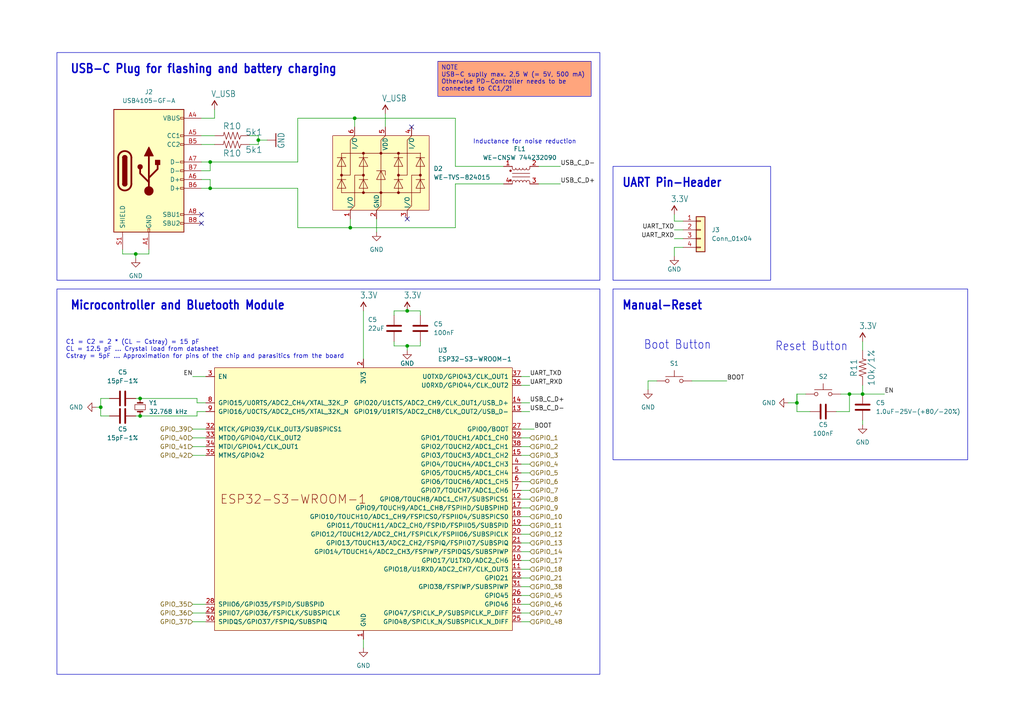
<source format=kicad_sch>
(kicad_sch (version 20230121) (generator eeschema)
  (paper "A4")
  (title_block (title "Microcontroller and USB-C Connector"))
  (lib_symbols
    (symbol "Connector:USB_C_Receptacle_USB2.0" (pin_names (offset 1.016))
      (property "Reference" "J" (at -10.16 19.05 0))
      (property "Value" "USB_C_Receptacle_USB2.0" (at 19.05 19.05 0))
      (symbol "USB_C_Receptacle_USB2.0_0_0"
        (rectangle (start -0.254 -17.78) (end 0.254 -16.764))
        (rectangle (start 10.16 -14.986) (end 9.144 -15.494))
        (rectangle (start 10.16 -12.446) (end 9.144 -12.954))
        (rectangle (start 10.16 -4.826) (end 9.144 -5.334))
        (rectangle (start 10.16 -2.286) (end 9.144 -2.794))
        (rectangle (start 10.16 0.254) (end 9.144 -0.254))
        (rectangle (start 10.16 2.794) (end 9.144 2.286))
        (rectangle (start 10.16 7.874) (end 9.144 7.366))
        (rectangle (start 10.16 10.414) (end 9.144 9.906))
        (rectangle (start 10.16 15.494) (end 9.144 14.986))
      )
      (symbol "USB_C_Receptacle_USB2.0_0_1"
        (rectangle (start -10.16 17.78) (end 10.16 -17.78) (stroke (width 0.254)) (fill (type background)))
        (arc (start -8.89 -3.81) (mid -6.985 -5.7067) (end -5.08 -3.81) (stroke (width 0.508)))
        (arc (start -7.62 -3.81) (mid -6.985 -4.4423) (end -6.35 -3.81) (stroke (width 0.254)))
        (arc (start -7.62 -3.81) (mid -6.985 -4.4423) (end -6.35 -3.81) (stroke (width 0.254)) (fill (type outline)))
        (rectangle (start -7.62 -3.81) (end -6.35 3.81) (stroke (width 0.254)) (fill (type outline)))
        (arc (start -6.35 3.81) (mid -6.985 4.4423) (end -7.62 3.81) (stroke (width 0.254)))
        (arc (start -6.35 3.81) (mid -6.985 4.4423) (end -7.62 3.81) (stroke (width 0.254)) (fill (type outline)))
        (arc (start -5.08 3.81) (mid -6.985 5.7067) (end -8.89 3.81) (stroke (width 0.508)))
        (circle (center -2.54 1.143) (radius 0.635) (stroke (width 0.254)) (fill (type outline)))
        (circle (center 0 -5.842) (radius 1.27) (fill (type outline)))
        (polyline (pts (xy -8.89 -3.81) (xy -8.89 3.81)) (stroke (width 0.508)))
        (polyline (pts (xy -5.08 3.81) (xy -5.08 -3.81)) (stroke (width 0.508)))
        (polyline (pts (xy 0 -5.842) (xy 0 4.318)) (stroke (width 0.508)))
        (polyline (pts (xy 0 -3.302) (xy -2.54 -0.762) (xy -2.54 0.508)) (stroke (width 0.508)))
        (polyline (pts (xy 0 -2.032) (xy 2.54 0.508) (xy 2.54 1.778)) (stroke (width 0.508)))
        (polyline (pts (xy -1.27 4.318) (xy 0 6.858) (xy 1.27 4.318) (xy -1.27 4.318)) (stroke (width 0.254)) (fill (type outline)))
        (rectangle (start 1.905 1.778) (end 3.175 3.048) (stroke (width 0.254)) (fill (type outline)))
      )
      (symbol "USB_C_Receptacle_USB2.0_1_1"
        (pin passive line (at 0 -22.86 90) (length 5.08) (name "GND") (number "A1"))
        (pin passive line (at 0 -22.86 90) (length 5.08) hide (name "GND") (number "A12"))
        (pin passive line (at 15.24 15.24 180) (length 5.08) (name "VBUS") (number "A4"))
        (pin bidirectional line (at 15.24 10.16 180) (length 5.08) (name "CC1") (number "A5"))
        (pin bidirectional line (at 15.24 -2.54 180) (length 5.08) (name "D+") (number "A6"))
        (pin bidirectional line (at 15.24 2.54 180) (length 5.08) (name "D-") (number "A7"))
        (pin bidirectional line (at 15.24 -12.7 180) (length 5.08) (name "SBU1") (number "A8"))
        (pin passive line (at 15.24 15.24 180) (length 5.08) hide (name "VBUS") (number "A9"))
        (pin passive line (at 0 -22.86 90) (length 5.08) hide (name "GND") (number "B1"))
        (pin passive line (at 0 -22.86 90) (length 5.08) hide (name "GND") (number "B12"))
        (pin passive line (at 15.24 15.24 180) (length 5.08) hide (name "VBUS") (number "B4"))
        (pin bidirectional line (at 15.24 7.62 180) (length 5.08) (name "CC2") (number "B5"))
        (pin bidirectional line (at 15.24 -5.08 180) (length 5.08) (name "D+") (number "B6"))
        (pin bidirectional line (at 15.24 0 180) (length 5.08) (name "D-") (number "B7"))
        (pin bidirectional line (at 15.24 -15.24 180) (length 5.08) (name "SBU2") (number "B8"))
        (pin passive line (at 15.24 15.24 180) (length 5.08) hide (name "VBUS") (number "B9"))
        (pin passive line (at -7.62 -22.86 90) (length 5.08) (name "SHIELD") (number "S1"))
      )
    )
    (symbol "Connector_Generic:Conn_01x04" (pin_names (offset 1.016) hide)
      (property "Reference" "J" (at 0 5.08 0))
      (property "Value" "Conn_01x04" (at 0 -7.62 0))
      (symbol "Conn_01x04_1_1"
        (rectangle (start -1.27 -4.953) (end 0 -5.207) (stroke (width 0.1524)))
        (rectangle (start -1.27 -2.413) (end 0 -2.667) (stroke (width 0.1524)))
        (rectangle (start -1.27 0.127) (end 0 -0.127) (stroke (width 0.1524)))
        (rectangle (start -1.27 2.667) (end 0 2.413) (stroke (width 0.1524)))
        (rectangle (start -1.27 3.81) (end 1.27 -6.35) (stroke (width 0.254)) (fill (type background)))
        (pin passive line (at -5.08 2.54 0) (length 3.81) (name "Pin_1") (number "1"))
        (pin passive line (at -5.08 0 0) (length 3.81) (name "Pin_2") (number "2"))
        (pin passive line (at -5.08 -2.54 0) (length 3.81) (name "Pin_3") (number "3"))
        (pin passive line (at -5.08 -5.08 0) (length 3.81) (name "Pin_4") (number "4"))
      )
    )
    (symbol "Device:C" (pin_numbers hide) (pin_names (offset 0.254))
      (property "Reference" "C" (at 0.635 2.54 0))
      (property "Value" "C" (at 0.635 -2.54 0))
      (symbol "C_0_1"
        (polyline (pts (xy -2.032 -0.762) (xy 2.032 -0.762)) (stroke (width 0.508)))
        (polyline (pts (xy -2.032 0.762) (xy 2.032 0.762)) (stroke (width 0.508)))
      )
      (symbol "C_1_1"
        (pin passive line (at 0 3.81 270) (length 2.794) (name "~") (number "1"))
        (pin passive line (at 0 -3.81 90) (length 2.794) (name "~") (number "2"))
      )
    )
    (symbol "Device:Crystal_Small" (pin_numbers hide) (pin_names (offset 1.016) hide)
      (property "Reference" "Y" (at 0 2.54 0))
      (property "Value" "Crystal_Small" (at 0 -2.54 0))
      (symbol "Crystal_Small_0_1"
        (rectangle (start -0.762 -1.524) (end 0.762 1.524))
        (polyline (pts (xy -1.27 -0.762) (xy -1.27 0.762)) (stroke (width 0.381)))
        (polyline (pts (xy 1.27 -0.762) (xy 1.27 0.762)) (stroke (width 0.381)))
      )
      (symbol "Crystal_Small_1_1"
        (pin passive line (at -2.54 0 0) (length 1.27) (name "1") (number "1"))
        (pin passive line (at 2.54 0 180) (length 1.27) (name "2") (number "2"))
      )
    )
    (symbol "Espressif:ESP32-S3-WROOM-1" (pin_names (offset 1.016))
      (property "Reference" "U" (at -43.18 43.18 0))
      (property "Value" "ESP32-S3-WROOM-1" (at -43.18 40.64 0))
      (symbol "ESP32-S3-WROOM-1_0_0"
        (text "ESP32-S3-WROOM-1" (at -20.32 0 0) (effects (font (size 2.54 2.54))))
        (pin power_in line (at 0 -40.64 90) (length 2.54) (name "GND") (number "1"))
        (pin bidirectional line (at 45.72 -17.78 180) (length 2.54) (name "GPIO17/U1TXD/ADC2_CH6") (number "10"))
        (pin bidirectional line (at 45.72 -20.32 180) (length 2.54) (name "GPIO18/U1RXD/ADC2_CH7/CLK_OUT3") (number "11"))
        (pin bidirectional line (at 45.72 0 180) (length 2.54) (name "GPIO8/TOUCH8/ADC1_CH7/SUBSPICS1") (number "12"))
        (pin bidirectional line (at 45.72 25.4 180) (length 2.54) (name "GPIO19/U1RTS/ADC2_CH8/CLK_OUT2/USB_D-") (number "13"))
        (pin bidirectional line (at 45.72 27.94 180) (length 2.54) (name "GPIO20/U1CTS/ADC2_CH9/CLK_OUT1/USB_D+") (number "14"))
        (pin bidirectional line (at 45.72 12.7 180) (length 2.54) (name "GPIO3/TOUCH3/ADC1_CH2") (number "15"))
        (pin bidirectional line (at 45.72 -30.48 180) (length 2.54) (name "GPIO46") (number "16"))
        (pin bidirectional line (at 45.72 -2.54 180) (length 2.54) (name "GPIO9/TOUCH9/ADC1_CH8/FSPIHD/SUBSPIHD") (number "17"))
        (pin bidirectional line (at 45.72 -5.08 180) (length 2.54) (name "GPIO10/TOUCH10/ADC1_CH9/FSPICS0/FSPIIO4/SUBSPICS0") (number "18"))
        (pin bidirectional line (at 45.72 -7.62 180) (length 2.54) (name "GPIO11/TOUCH11/ADC2_CH0/FSPID/FSPIIO5/SUBSPID") (number "19"))
        (pin power_in line (at 0 40.64 270) (length 2.54) (name "3V3") (number "2"))
        (pin bidirectional line (at 45.72 -10.16 180) (length 2.54) (name "GPIO12/TOUCH12/ADC2_CH1/FSPICLK/FSPIIO6/SUBSPICLK") (number "20"))
        (pin bidirectional line (at 45.72 -12.7 180) (length 2.54) (name "GPIO13/TOUCH13/ADC2_CH2/FSPIQ/FSPIIO7/SUBSPIQ") (number "21"))
        (pin bidirectional line (at 45.72 -15.24 180) (length 2.54) (name "GPIO14/TOUCH14/ADC2_CH3/FSPIWP/FSPIDQS/SUBSPIWP") (number "22"))
        (pin bidirectional line (at 45.72 -22.86 180) (length 2.54) (name "GPIO21") (number "23"))
        (pin bidirectional line (at 45.72 -33.02 180) (length 2.54) (name "GPIO47/SPICLK_P/SUBSPICLK_P_DIFF") (number "24"))
        (pin bidirectional line (at 45.72 -35.56 180) (length 2.54) (name "GPIO48/SPICLK_N/SUBSPICLK_N_DIFF") (number "25"))
        (pin bidirectional line (at 45.72 -27.94 180) (length 2.54) (name "GPIO45") (number "26"))
        (pin bidirectional line (at 45.72 20.32 180) (length 2.54) (name "GPIO0/BOOT") (number "27"))
        (pin bidirectional line (at -45.72 -30.48 0) (length 2.54) (name "SPIIO6/GPIO35/FSPID/SUBSPID") (number "28"))
        (pin bidirectional line (at -45.72 -33.02 0) (length 2.54) (name "SPIIO7/GPIO36/FSPICLK/SUBSPICLK") (number "29"))
        (pin input line (at -45.72 35.56 0) (length 2.54) (name "EN") (number "3"))
        (pin bidirectional line (at -45.72 -35.56 0) (length 2.54) (name "SPIDQS/GPIO37/FSPIQ/SUBSPIQ") (number "30"))
        (pin bidirectional line (at 45.72 -25.4 180) (length 2.54) (name "GPIO38/FSPIWP/SUBSPIWP") (number "31"))
        (pin bidirectional line (at -45.72 20.32 0) (length 2.54) (name "MTCK/GPIO39/CLK_OUT3/SUBSPICS1") (number "32"))
        (pin bidirectional line (at -45.72 17.78 0) (length 2.54) (name "MTDO/GPIO40/CLK_OUT2") (number "33"))
        (pin bidirectional line (at -45.72 15.24 0) (length 2.54) (name "MTDI/GPIO41/CLK_OUT1") (number "34"))
        (pin bidirectional line (at -45.72 12.7 0) (length 2.54) (name "MTMS/GPIO42") (number "35"))
        (pin bidirectional line (at 45.72 33.02 180) (length 2.54) (name "U0RXD/GPIO44/CLK_OUT2") (number "36"))
        (pin bidirectional line (at 45.72 35.56 180) (length 2.54) (name "U0TXD/GPIO43/CLK_OUT1") (number "37"))
        (pin bidirectional line (at 45.72 15.24 180) (length 2.54) (name "GPIO2/TOUCH2/ADC1_CH1") (number "38"))
        (pin bidirectional line (at 45.72 17.78 180) (length 2.54) (name "GPIO1/TOUCH1/ADC1_CH0") (number "39"))
        (pin bidirectional line (at 45.72 10.16 180) (length 2.54) (name "GPIO4/TOUCH4/ADC1_CH3") (number "4"))
        (pin passive line (at 0 -40.64 90) (length 2.54) hide (name "GND") (number "40"))
        (pin passive line (at 0 -40.64 90) (length 2.54) hide (name "GND") (number "41"))
        (pin bidirectional line (at 45.72 7.62 180) (length 2.54) (name "GPIO5/TOUCH5/ADC1_CH4") (number "5"))
        (pin bidirectional line (at 45.72 5.08 180) (length 2.54) (name "GPIO6/TOUCH6/ADC1_CH5") (number "6"))
        (pin bidirectional line (at 45.72 2.54 180) (length 2.54) (name "GPIO7/TOUCH7/ADC1_CH6") (number "7"))
        (pin bidirectional line (at -45.72 27.94 0) (length 2.54) (name "GPIO15/U0RTS/ADC2_CH4/XTAL_32K_P") (number "8"))
        (pin bidirectional line (at -45.72 25.4 0) (length 2.54) (name "GPIO16/U0CTS/ADC2_CH5/XTAL_32K_N") (number "9"))
      )
      (symbol "ESP32-S3-WROOM-1_0_1"
        (rectangle (start -43.18 38.1) (end 43.18 -38.1) (fill (type background)))
      )
    )
    (symbol "GND_1" (power) (pin_names (offset 0))
      (property "Value" "GND_1" (at 0 -3.81 0))
      (symbol "GND_1_0_1"
        (polyline (pts (xy 0 0) (xy 0 -1.27) (xy 1.27 -1.27) (xy 0 -2.54) (xy -1.27 -1.27) (xy 0 -1.27)))
      )
      (symbol "GND_1_1_1"
        (pin power_in line (at 0 0 270) (length 0) hide (name "GND") (number "1"))
      )
    )
    (symbol "Switch:SW_Push" (pin_numbers hide) (pin_names (offset 1.016) hide)
      (property "Reference" "SW" (at 1.27 2.54 0))
      (property "Value" "SW_Push" (at 0 -1.524 0))
      (symbol "SW_Push_0_1"
        (circle (center -2.032 0) (radius 0.508))
        (polyline (pts (xy 0 1.27) (xy 0 3.048)))
        (polyline (pts (xy 2.54 1.27) (xy -2.54 1.27)))
        (circle (center 2.032 0) (radius 0.508))
        (pin passive line (at -5.08 0 0) (length 2.54) (name "1") (number "1"))
        (pin passive line (at 5.08 0 180) (length 2.54) (name "2") (number "2"))
      )
    )
    (symbol "esp32-thing-eagle-import:10KOHM-1/10W-1%(0603)0603"
      (property "Reference" "R" (at 0 1.524 0))
      (symbol "10KOHM-1/10W-1%(0603)0603_1_0"
        (polyline (pts (xy -2.54 0) (xy -2.159 1.016)) (stroke (width 0.1524)))
        (polyline (pts (xy -2.159 1.016) (xy -1.524 -1.016)) (stroke (width 0.1524)))
        (polyline (pts (xy -1.524 -1.016) (xy -0.889 1.016)) (stroke (width 0.1524)))
        (polyline (pts (xy -0.889 1.016) (xy -0.254 -1.016)) (stroke (width 0.1524)))
        (polyline (pts (xy -0.254 -1.016) (xy 0.381 1.016)) (stroke (width 0.1524)))
        (polyline (pts (xy 0.381 1.016) (xy 1.016 -1.016)) (stroke (width 0.1524)))
        (polyline (pts (xy 1.016 -1.016) (xy 1.651 1.016)) (stroke (width 0.1524)))
        (polyline (pts (xy 1.651 1.016) (xy 2.286 -1.016)) (stroke (width 0.1524)))
        (polyline (pts (xy 2.286 -1.016) (xy 2.54 0)) (stroke (width 0.1524)))
        (pin passive line (at -5.08 0 0) (length 2.54) (name "1") (number "1"))
        (pin passive line (at 5.08 0 180) (length 2.54) (name "2") (number "2"))
      )
    )
    (symbol "esp32-thing-eagle-import:3.3V" (power)
      (property "Value" "3.3V" (at -1.016 3.556 0))
      (symbol "3.3V_1_0"
        (polyline (pts (xy 0 2.54) (xy -0.762 1.27)) (stroke (width 0.254)))
        (polyline (pts (xy 0.762 1.27) (xy 0 2.54)) (stroke (width 0.254)))
        (pin power_in line (at 0 0 90) (length 2.54) (name "3.3V") (number "1"))
      )
    )
    (symbol "esp32-thing-eagle-import:GND" (power)
      (property "Value" "GND" (at -2.54 -2.54 0))
      (symbol "GND_1_0"
        (polyline (pts (xy -1.905 0) (xy 1.905 0)) (stroke (width 0.254)))
        (pin power_in line (at 0 2.54 270) (length 2.54) (name "GND") (number "1"))
      )
    )
    (symbol "esp32-thing-eagle-import:V_USB" (power)
      (property "Value" "V_USB" (at -1.016 3.556 0))
      (symbol "V_USB_1_0"
        (polyline (pts (xy 0 2.54) (xy -0.762 1.27)) (stroke (width 0.254)))
        (polyline (pts (xy 0.762 1.27) (xy 0 2.54)) (stroke (width 0.254)))
        (pin power_in line (at 0 0 90) (length 2.54) (name "V_USB") (number "1"))
      )
    )
    (symbol "usePAT:WE-CNSW 744232090" (pin_names (offset 0.254) hide)
      (property "Reference" "FL" (at 0 4.445 0))
      (property "Value" "WE-CNSW 744232090" (at 0 -4.445 0))
      (symbol "WE-CNSW 744232090_0_1"
        (circle (center -3.048 -1.27) (radius 0.254) (fill (type outline)))
        (circle (center -3.048 1.524) (radius 0.254) (fill (type outline)))
        (arc (start -2.54 2.032) (mid -2.032 1.5262) (end -1.524 2.032))
        (arc (start -1.524 -2.032) (mid -2.032 -1.5262) (end -2.54 -2.032))
        (arc (start -1.524 2.032) (mid -1.016 1.5262) (end -0.508 2.032))
        (arc (start -0.508 -2.032) (mid -1.016 -1.5262) (end -1.524 -2.032))
        (arc (start -0.508 2.032) (mid 0 1.5262) (end 0.508 2.032))
        (polyline (pts (xy -2.54 -2.032) (xy -2.54 -2.54)))
        (polyline (pts (xy -2.54 0.508) (xy 2.54 0.508)))
        (polyline (pts (xy -2.54 2.032) (xy -2.54 2.54)))
        (polyline (pts (xy 2.54 -2.032) (xy 2.54 -2.54)))
        (polyline (pts (xy 2.54 -0.508) (xy -2.54 -0.508)))
        (polyline (pts (xy 2.54 2.54) (xy 2.54 2.032)))
        (arc (start 0.508 -2.032) (mid 0 -1.5262) (end -0.508 -2.032))
        (arc (start 0.508 2.032) (mid 1.016 1.5262) (end 1.524 2.032))
        (arc (start 1.524 -2.032) (mid 1.016 -1.5262) (end 0.508 -2.032))
        (arc (start 1.524 2.032) (mid 2.032 1.5262) (end 2.54 2.032))
        (arc (start 2.54 -2.032) (mid 2.032 -1.5262) (end 1.524 -2.032))
      )
      (symbol "WE-CNSW 744232090_1_1"
        (pin input line (at -5.08 -2.54 0) (length 2.54) (name "1") (number "1"))
        (pin output line (at 5.08 -2.54 180) (length 2.54) (name "2") (number "2"))
        (pin output line (at 5.08 2.54 180) (length 2.54) (name "3") (number "3"))
        (pin input line (at -5.08 2.54 0) (length 2.54) (name "4") (number "4"))
      )
    )
    (symbol "usePAT:WE-TVS-824015"
      (property "Reference" "D" (at 22.86 2.54 0))
      (property "Value" "WE-TVS-824015" (at 22.86 0 0))
      (symbol "WE-TVS-824015_0_1"
        (rectangle (start -13.97 11.43) (end 13.97 -10.16) (fill (type background)))
        (circle (center -11.43 0) (radius 0.0001) (stroke (width 0.8)) (fill (type outline)))
        (circle (center -5.08 -5.08) (radius 0.0001) (stroke (width 0.8)) (fill (type outline)))
        (circle (center -5.08 0) (radius 0.0001))
        (circle (center -5.08 0) (radius 0.0001) (stroke (width 0.8)) (fill (type outline)))
        (circle (center -5.08 6.35) (radius 0.0001) (stroke (width 0.8)) (fill (type outline)))
        (circle (center 0 -5.08) (radius 0.0001) (stroke (width 0.8)) (fill (type outline)))
        (polyline (pts (xy -12.7 -1.27) (xy -10.16 -1.27)))
        (polyline (pts (xy -12.7 5.08) (xy -10.16 5.08)))
        (polyline (pts (xy -11.43 6.35) (xy -11.43 -5.08)))
        (polyline (pts (xy -11.43 6.35) (xy 11.43 6.35)))
        (polyline (pts (xy -6.35 -1.27) (xy -3.81 -1.27)))
        (polyline (pts (xy -6.35 5.08) (xy -3.81 5.08)))
        (polyline (pts (xy -5.08 6.35) (xy -5.08 -5.08)))
        (polyline (pts (xy 0 -7.62) (xy 0 -5.08)))
        (polyline (pts (xy 0 6.35) (xy 0 -5.08)))
        (polyline (pts (xy 3.81 -1.27) (xy 6.35 -1.27)))
        (polyline (pts (xy 3.81 5.08) (xy 6.35 5.08)))
        (polyline (pts (xy 5.08 6.35) (xy 5.08 -5.08)))
        (polyline (pts (xy 10.16 -1.27) (xy 12.7 -1.27)))
        (polyline (pts (xy 10.16 5.08) (xy 12.7 5.08)))
        (polyline (pts (xy 11.43 -5.08) (xy -11.43 -5.08)))
        (polyline (pts (xy 11.43 6.35) (xy 11.43 -5.08)))
        (polyline (pts (xy -11.43 0) (xy -8.89 0) (xy -8.89 8.89)))
        (polyline (pts (xy -7.62 -7.62) (xy -7.62 -8.89) (xy -8.89 -10.16)))
        (polyline (pts (xy -7.62 11.43) (xy -8.89 10.16) (xy -8.89 8.89)))
        (polyline (pts (xy -5.08 0) (xy -7.62 0) (xy -7.62 -7.62)))
        (polyline (pts (xy -1.27 1.27) (xy 1.27 1.27) (xy 1.27 0)))
        (polyline (pts (xy 0 -7.62) (xy 0 -8.89) (xy -1.27 -10.16)))
        (polyline (pts (xy 0 6.35) (xy 0 10.16) (xy 1.27 11.43)))
        (polyline (pts (xy 5.08 0) (xy 7.62 0) (xy 7.62 8.89)))
        (polyline (pts (xy 7.62 8.89) (xy 7.62 10.16) (xy 8.89 11.43)))
        (polyline (pts (xy 8.89 -7.62) (xy 8.89 -8.89) (xy 7.62 -10.16)))
        (polyline (pts (xy 11.43 0) (xy 8.89 0) (xy 8.89 -7.62)))
        (polyline (pts (xy -11.43 -1.27) (xy -12.7 -3.81) (xy -10.16 -3.81) (xy -11.43 -1.27)))
        (polyline (pts (xy -11.43 5.08) (xy -12.7 2.54) (xy -10.16 2.54) (xy -11.43 5.08)))
        (polyline (pts (xy -5.08 -1.27) (xy -6.35 -3.81) (xy -3.81 -3.81) (xy -5.08 -1.27)))
        (polyline (pts (xy -5.08 5.08) (xy -6.35 2.54) (xy -3.81 2.54) (xy -5.08 5.08)))
        (polyline (pts (xy 0 1.27) (xy -1.27 -1.27) (xy 1.27 -1.27) (xy 0 1.27)))
        (polyline (pts (xy 5.08 -1.27) (xy 3.81 -3.81) (xy 6.35 -3.81) (xy 5.08 -1.27)))
        (polyline (pts (xy 5.08 5.08) (xy 3.81 2.54) (xy 6.35 2.54) (xy 5.08 5.08)))
        (polyline (pts (xy 11.43 -1.27) (xy 10.16 -3.81) (xy 12.7 -3.81) (xy 11.43 -1.27)))
        (polyline (pts (xy 11.43 5.08) (xy 10.16 2.54) (xy 12.7 2.54) (xy 11.43 5.08)))
        (circle (center 0 6.35) (radius 0.0001) (stroke (width 0.8)) (fill (type outline)))
        (circle (center 5.08 -5.08) (radius 0.0001) (stroke (width 0.8)) (fill (type outline)))
        (circle (center 5.08 0) (radius 0.0001) (stroke (width 0.8)) (fill (type outline)))
        (circle (center 5.08 6.35) (radius 0.0001) (stroke (width 0.8)) (fill (type outline)))
        (circle (center 11.43 0) (radius 0.0001) (stroke (width 0.8)) (fill (type outline)))
        (circle (center 11.43 6.35) (radius 0.0001))
      )
      (symbol "WE-TVS-824015_1_1"
        (pin bidirectional line (at -8.89 -12.7 90) (length 2.54) (name "I/O") (number "1"))
        (pin power_out line (at -1.27 -12.7 90) (length 2.54) (name "GND") (number "2"))
        (pin bidirectional line (at 7.62 -12.7 90) (length 2.54) (name "I/O") (number "3"))
        (pin bidirectional line (at 8.89 13.97 270) (length 2.54) (name "I/O") (number "4"))
        (pin power_in line (at 1.27 13.97 270) (length 2.54) (name "VDD") (number "5"))
        (pin bidirectional line (at -7.62 13.97 270) (length 2.54) (name "I/O") (number "6"))
      )
    )
  )
  (junction (at 29.21 118.11))
  (junction (at 74.93 40.64))
  (junction (at 60.96 46.99))
  (junction (at 101.6 66.04))
  (junction (at 118.11 100.33))
  (junction (at 231.14 116.84))
  (junction (at 246.38 114.3))
  (junction (at 40.64 120.65))
  (junction (at 39.37 73.66))
  (junction (at 118.11 90.17))
  (junction (at 60.96 54.61))
  (junction (at 250.19 114.3))
  (junction (at 40.64 115.57))
  (junction (at 102.87 34.29))
  (no_connect (at 58.42 64.77))
  (no_connect (at 58.42 62.23))
  (no_connect (at 119.38 36.83))
  (no_connect (at 118.11 63.5))
  (wire (pts (xy 151.13 152.4) (xy 153.67 152.4)))
  (wire (pts (xy 246.38 119.38) (xy 246.38 114.3)))
  (wire (pts (xy 55.88 109.22) (xy 59.69 109.22)))
  (wire (pts (xy 105.41 90.17) (xy 105.41 104.14)))
  (wire (pts (xy 195.58 62.23) (xy 195.58 64.135)))
  (wire (pts (xy 118.11 101.6) (xy 118.11 100.33)))
  (wire (pts (xy 86.36 34.29) (xy 102.87 34.29)))
  (wire (pts (xy 43.18 72.39) (xy 43.18 73.66)))
  (wire (pts (xy 74.93 41.91) (xy 74.93 40.64)))
  (wire (pts (xy 153.67 116.84) (xy 151.13 116.84)))
  (wire (pts (xy 121.92 99.06) (xy 121.92 100.33)))
  (wire (pts (xy 55.88 177.8) (xy 59.69 177.8)))
  (wire (pts (xy 151.13 160.02) (xy 153.67 160.02)))
  (wire (pts (xy 151.13 142.24) (xy 153.67 142.24)))
  (wire (pts (xy 57.15 119.38) (xy 57.15 120.65)))
  (wire (pts (xy 60.96 54.61) (xy 86.36 54.61)))
  (wire (pts (xy 151.13 139.7) (xy 153.67 139.7)))
  (wire (pts (xy 114.3 99.06) (xy 114.3 100.33)))
  (wire (pts (xy 151.13 137.16) (xy 153.67 137.16)))
  (wire (pts (xy 151.13 144.78) (xy 153.67 144.78)))
  (wire (pts (xy 250.19 123.19) (xy 250.19 121.92)))
  (wire (pts (xy 31.75 120.65) (xy 29.21 120.65)) (stroke (width 0.1524)))
  (wire (pts (xy 151.13 134.62) (xy 153.67 134.62)))
  (wire (pts (xy 132.08 53.34) (xy 132.08 66.04)))
  (wire (pts (xy 59.69 116.84) (xy 57.15 116.84)))
  (wire (pts (xy 55.88 132.08) (xy 59.69 132.08)))
  (wire (pts (xy 250.19 99.06) (xy 250.19 101.6)) (stroke (width 0.1524)))
  (wire (pts (xy 228.6 116.84) (xy 231.14 116.84)) (stroke (width 0.1524)))
  (wire (pts (xy 102.87 34.29) (xy 102.87 36.83)))
  (wire (pts (xy 86.36 46.99) (xy 86.36 34.29)))
  (wire (pts (xy 121.92 91.44) (xy 121.92 90.17)))
  (wire (pts (xy 39.37 73.66) (xy 39.37 74.93)))
  (wire (pts (xy 242.57 119.38) (xy 246.38 119.38)))
  (wire (pts (xy 101.6 66.04) (xy 101.6 63.5)))
  (wire (pts (xy 62.23 34.29) (xy 62.23 31.75)))
  (wire (pts (xy 39.37 120.65) (xy 40.64 120.65)) (stroke (width 0.1524)))
  (wire (pts (xy 60.96 49.53) (xy 60.96 46.99)))
  (wire (pts (xy 114.3 100.33) (xy 118.11 100.33)))
  (wire (pts (xy 109.22 63.5) (xy 109.22 67.31)))
  (wire (pts (xy 151.13 167.64) (xy 153.67 167.64)))
  (wire (pts (xy 39.37 73.66) (xy 43.18 73.66)))
  (wire (pts (xy 231.14 114.3) (xy 233.68 114.3)) (stroke (width 0.1524)))
  (wire (pts (xy 190.5 110.49) (xy 187.96 110.49)) (stroke (width 0.1524)))
  (wire (pts (xy 40.64 115.57) (xy 57.15 115.57)) (stroke (width 0.1524)))
  (wire (pts (xy 58.42 46.99) (xy 60.96 46.99)))
  (wire (pts (xy 151.13 162.56) (xy 153.67 162.56)))
  (wire (pts (xy 29.21 115.57) (xy 29.21 118.11)) (stroke (width 0.1524)))
  (wire (pts (xy 40.64 120.65) (xy 57.15 120.65)) (stroke (width 0.1524)))
  (wire (pts (xy 151.13 170.18) (xy 153.67 170.18)))
  (wire (pts (xy 74.93 39.37) (xy 72.39 39.37)))
  (wire (pts (xy 39.37 115.57) (xy 40.64 115.57)) (stroke (width 0.1524)))
  (wire (pts (xy 60.96 52.07) (xy 60.96 54.61)))
  (wire (pts (xy 231.14 119.38) (xy 231.14 116.84)))
  (wire (pts (xy 58.42 39.37) (xy 62.23 39.37)))
  (wire (pts (xy 59.69 119.38) (xy 57.15 119.38)))
  (wire (pts (xy 151.13 109.22) (xy 153.67 109.22)))
  (wire (pts (xy 121.92 100.33) (xy 118.11 100.33)))
  (wire (pts (xy 231.14 116.84) (xy 231.14 114.3)))
  (wire (pts (xy 35.56 72.39) (xy 35.56 73.66)))
  (wire (pts (xy 151.13 129.54) (xy 153.67 129.54)))
  (wire (pts (xy 58.42 34.29) (xy 62.23 34.29)))
  (wire (pts (xy 57.15 116.84) (xy 57.15 115.57)))
  (wire (pts (xy 243.84 114.3) (xy 246.38 114.3)) (stroke (width 0.1524)))
  (wire (pts (xy 156.21 48.26) (xy 162.56 48.26)))
  (wire (pts (xy 187.96 110.49) (xy 187.96 113.03)) (stroke (width 0.1524)))
  (wire (pts (xy 101.6 66.04) (xy 132.08 66.04)))
  (wire (pts (xy 151.13 111.76) (xy 153.67 111.76)))
  (wire (pts (xy 151.13 147.32) (xy 153.67 147.32)))
  (wire (pts (xy 151.13 175.26) (xy 153.67 175.26)))
  (wire (pts (xy 58.42 49.53) (xy 60.96 49.53)))
  (wire (pts (xy 151.13 157.48) (xy 153.67 157.48)))
  (wire (pts (xy 200.66 110.49) (xy 210.82 110.49)) (stroke (width 0.1524)))
  (wire (pts (xy 114.3 91.44) (xy 114.3 90.17)))
  (wire (pts (xy 105.41 185.42) (xy 105.41 187.96)))
  (wire (pts (xy 55.88 180.34) (xy 59.69 180.34)))
  (wire (pts (xy 55.88 124.46) (xy 59.69 124.46)))
  (wire (pts (xy 195.58 64.135) (xy 198.12 64.135)))
  (wire (pts (xy 195.58 66.675) (xy 198.12 66.675)))
  (wire (pts (xy 146.05 53.34) (xy 132.08 53.34)))
  (wire (pts (xy 102.87 34.29) (xy 132.08 34.29)))
  (wire (pts (xy 151.13 165.1) (xy 153.67 165.1)))
  (wire (pts (xy 72.39 41.91) (xy 74.93 41.91)))
  (wire (pts (xy 114.3 90.17) (xy 118.11 90.17)))
  (wire (pts (xy 250.19 114.3) (xy 256.54 114.3)) (stroke (width 0.1524)))
  (wire (pts (xy 58.42 41.91) (xy 62.23 41.91)))
  (wire (pts (xy 86.36 54.61) (xy 86.36 66.04)))
  (wire (pts (xy 195.58 71.755) (xy 198.12 71.755)))
  (wire (pts (xy 195.58 74.295) (xy 195.58 71.755)))
  (wire (pts (xy 151.13 172.72) (xy 153.67 172.72)))
  (wire (pts (xy 151.13 180.34) (xy 153.67 180.34)))
  (wire (pts (xy 55.88 175.26) (xy 59.69 175.26)))
  (wire (pts (xy 151.13 132.08) (xy 153.67 132.08)))
  (wire (pts (xy 58.42 54.61) (xy 60.96 54.61)))
  (wire (pts (xy 146.05 48.26) (xy 132.08 48.26)))
  (wire (pts (xy 153.67 119.38) (xy 151.13 119.38)))
  (wire (pts (xy 231.14 116.84) (xy 231.14 114.3)) (stroke (width 0.1524)))
  (wire (pts (xy 27.94 118.11) (xy 29.21 118.11)))
  (wire (pts (xy 35.56 73.66) (xy 39.37 73.66)))
  (wire (pts (xy 58.42 52.07) (xy 60.96 52.07)))
  (wire (pts (xy 156.21 53.34) (xy 162.56 53.34)))
  (wire (pts (xy 111.76 33.02) (xy 111.76 36.83)))
  (wire (pts (xy 60.96 46.99) (xy 86.36 46.99)))
  (wire (pts (xy 154.94 124.46) (xy 151.13 124.46)))
  (wire (pts (xy 55.88 129.54) (xy 59.69 129.54)))
  (wire (pts (xy 234.95 119.38) (xy 231.14 119.38)))
  (wire (pts (xy 151.13 154.94) (xy 153.67 154.94)))
  (wire (pts (xy 132.08 48.26) (xy 132.08 34.29)))
  (wire (pts (xy 151.13 177.8) (xy 153.67 177.8)))
  (wire (pts (xy 74.93 40.64) (xy 74.93 39.37)))
  (wire (pts (xy 195.58 69.215) (xy 198.12 69.215)))
  (wire (pts (xy 86.36 66.04) (xy 101.6 66.04)))
  (wire (pts (xy 55.88 127) (xy 59.69 127)))
  (wire (pts (xy 151.13 149.86) (xy 153.67 149.86)))
  (wire (pts (xy 31.75 115.57) (xy 29.21 115.57)) (stroke (width 0.1524)))
  (wire (pts (xy 246.38 114.3) (xy 250.19 114.3)) (stroke (width 0.1524)))
  (wire (pts (xy 77.47 40.64) (xy 74.93 40.64)))
  (wire (pts (xy 121.92 90.17) (xy 118.11 90.17)))
  (wire (pts (xy 151.13 127) (xy 153.67 127)))
  (wire (pts (xy 250.19 111.76) (xy 250.19 114.3)) (stroke (width 0.1524)))
  (wire (pts (xy 29.21 118.11) (xy 29.21 120.65)) (stroke (width 0.1524)))
  (rectangle (start 16.51 83.82) (end 173.99 195.58))
  (rectangle (start 177.8 83.82) (end 280.67 133.35))
  (rectangle (start 16.51 15.24) (end 173.99 81.28))
  (rectangle (start 177.8 48.26) (end 223.52 81.28))
  (text_box "NOTE\nUSB-C suplly max. 2,5 W (= 5V, 500 mA)\nOtherwise PD-Controller needs to be connected to CC1/2!\n\n" (at 127 17.78 0) (size 44.45 10.16) (fill (type color) (color 255 165 125 1)) (effects (font (size 1.27 1.27)) (justify left top)))
  (text "UART Pin-Header" (at 180.34 54.61 0) (effects (font (size 2.54 2.159) (thickness 0.4318) bold) (justify left bottom)))
  (text "USB-C Plug for flashing and battery charging\n" (at 20.32 21.59 0) (effects (font (size 2.54 2.159) (thickness 0.4318) bold) (justify left bottom)))
  (text "Reset Button" (at 224.79 99.06 0) (effects (font (size 2.54 2.159)) (justify left top)))
  (text "Microcontroller and Bluetooth Module\n" (at 20.32 90.17 0) (effects (font (size 2.54 2.159) (thickness 0.4318) bold) (justify left bottom)))
  (text "Inductance for noise reduction\n" (at 137.16 41.91 0) (effects (font (size 1.27 1.27)) (justify left bottom)))
  (text "Boot Button" (at 186.69 101.6 0) (effects (font (size 2.54 2.159)) (justify left bottom)))
  (text "Manual-Reset" (at 180.34 90.17 0) (effects (font (size 2.54 2.159) (thickness 0.4318) bold) (justify left bottom)))
  (text "C1 = C2 = 2 * (CL - Cstray) = 15 pF\nCL = 12.5 pF ... Crystal load from datasheet\nCstray = 5pF ... Approximation for pins of the chip and parasitics from the board" (at 19.05 104.14 0) (effects (font (size 1.27 1.27)) (justify left bottom)))
  (label "UART_RXD" (at 195.58 69.215 180))
  (label "USB_C_D+" (at 153.67 116.84 0))
  (label "BOOT" (at 210.82 110.49 0))
  (label "UART_RXD" (at 153.67 111.76 0))
  (label "EN" (at 256.54 114.3 0))
  (label "BOOT" (at 154.94 124.46 0))
  (label "UART_TXD" (at 195.58 66.675 180))
  (label "USB_C_D+" (at 162.56 53.34 0))
  (label "USB_C_D-" (at 153.67 119.38 0))
  (label "UART_TXD" (at 153.67 109.22 0))
  (label "EN" (at 55.88 109.22 180))
  (label "USB_C_D-" (at 162.56 48.26 0))
  (hierarchical_label "GPIO_41" (shape input) (at 55.88 129.54 180))
  (hierarchical_label "GPIO_8" (shape input) (at 153.67 144.78 0))
  (hierarchical_label "GPIO_47" (shape input) (at 153.67 177.8 0))
  (hierarchical_label "GPIO_46" (shape input) (at 153.67 175.26 0))
  (hierarchical_label "GPIO_45" (shape input) (at 153.67 172.72 0))
  (hierarchical_label "GPIO_9" (shape input) (at 153.67 147.32 0))
  (hierarchical_label "GPIO_2" (shape input) (at 153.67 129.54 0))
  (hierarchical_label "GPIO_13" (shape input) (at 153.67 157.48 0))
  (hierarchical_label "GPIO_1" (shape input) (at 153.67 127 0))
  (hierarchical_label "GPIO_3" (shape input) (at 153.67 132.08 0))
  (hierarchical_label "GPIO_48" (shape input) (at 153.67 180.34 0))
  (hierarchical_label "GPIO_6" (shape input) (at 153.67 139.7 0))
  (hierarchical_label "GPIO_14" (shape input) (at 153.67 160.02 0))
  (hierarchical_label "GPIO_35" (shape input) (at 55.88 175.26 180))
  (hierarchical_label "GPIO_36" (shape input) (at 55.88 177.8 180))
  (hierarchical_label "GPIO_5" (shape input) (at 153.67 137.16 0))
  (hierarchical_label "GPIO_12" (shape input) (at 153.67 154.94 0))
  (hierarchical_label "GPIO_18" (shape input) (at 153.67 165.1 0))
  (hierarchical_label "GPIO_39" (shape input) (at 55.88 124.46 180))
  (hierarchical_label "GPIO_7" (shape input) (at 153.67 142.24 0))
  (hierarchical_label "GPIO_4" (shape input) (at 153.67 134.62 0))
  (hierarchical_label "GPIO_40" (shape input) (at 55.88 127 180))
  (hierarchical_label "GPIO_11" (shape input) (at 153.67 152.4 0))
  (hierarchical_label "GPIO_38" (shape input) (at 153.67 170.18 0))
  (hierarchical_label "GPIO_10" (shape input) (at 153.67 149.86 0))
  (hierarchical_label "GPIO_37" (shape input) (at 55.88 180.34 180))
  (hierarchical_label "GPIO_17" (shape input) (at 153.67 162.56 0))
  (hierarchical_label "GPIO_21" (shape input) (at 153.67 167.64 0))
  (hierarchical_label "GPIO_42" (shape input) (at 55.88 132.08 180))
  (symbol (lib_name "GND_1") (lib_id "power:GND") (at 105.41 187.96 0) (unit 1)
    (property "Reference" "#PWR06" (effects hide))
    (property "Value" "GND" (at 105.41 193.04 0))
    (instances (project "HM_mainboard" (path "" (reference "#PWR06") (unit 1)) (path "" (reference "#PWR013") (unit 1)) (path "" (reference "#PWR010") (unit 1)) (path "" (reference "#PWR01") (unit 1))))
  )
  (symbol (lib_id "Device:C") (at 121.92 95.25 180) (unit 1)
    (property "Reference" "C5" (at 125.73 93.98 0) (effects (justify right)))
    (property "Value" "100nF" (at 125.73 96.52 0) (effects (justify right)))
    (property "Footprint" "Capacitor_SMD:C_0603_1608Metric_Pad1.08x0.95mm_HandSolder" (effects hide))
    (property "Digikey" "1276-CL10B104KB8NNNLCT" (effects hide))
    (property "Mouser" "581-06035C104K4" (effects hide))
    (property "RS Components" "200-6519" (effects hide))
    (instances (project "HM_mainboard" (path "" (reference "C5") (unit 1)) (path "" (reference "C8") (unit 1))))
  )
  (symbol (lib_id "Device:C") (at 238.76 119.38 90) (unit 1)
    (property "Reference" "C5" (at 238.76 123.19 90))
    (property "Value" "100nF" (at 238.76 125.73 90))
    (property "Footprint" "Capacitor_SMD:C_0603_1608Metric_Pad1.08x0.95mm_HandSolder" (effects hide))
    (property "Digikey" "1276-CL10B104KB8NNNLCT" (effects hide))
    (property "Mouser" "581-06035C104K4" (effects hide))
    (property "RS Components" "200-6519" (effects hide))
    (instances (project "HM_mainboard" (path "" (reference "C5") (unit 1)) (path "" (reference "C9") (unit 1))))
  )
  (symbol (lib_id "esp32-thing-eagle-import:3.3V") (at 105.41 90.17 0) (unit 1)
    (property "Reference" "#SUPPLY08" (effects hide))
    (property "Value" "3.3V" (at 104.394 86.614 0) (effects (font (size 1.778 1.5113)) (justify left bottom)))
    (instances (project "HM_mainboard" (path "" (reference "#SUPPLY08") (unit 1)) (path "" (reference "#SUPPLY09") (unit 1))) (project "esp32-thing" (path "" (reference "#SUPPLY8") (unit 1))))
  )
  (symbol (lib_name "GND_1") (lib_id "power:GND") (at 118.11 101.6 0) (unit 1)
    (property "Reference" "#PWR06" (effects hide))
    (property "Value" "GND" (at 118.11 105.41 0))
    (instances (project "HM_mainboard" (path "" (reference "#PWR06") (unit 1)) (path "" (reference "#PWR015") (unit 1)) (path "" (reference "#PWR010") (unit 1)) (path "" (reference "#PWR01") (unit 1))))
  )
  (symbol (lib_name "GND_1") (lib_id "power:GND") (at 109.22 67.31 0) (unit 1)
    (property "Reference" "#PWR06" (effects hide))
    (property "Value" "GND" (at 109.22 72.39 0))
    (instances (project "HM_mainboard" (path "" (reference "#PWR06") (unit 1)) (path "" (reference "#PWR014") (unit 1)) (path "" (reference "#PWR010") (unit 1)) (path "" (reference "#PWR01") (unit 1))))
  )
  (symbol (lib_id "Connector:USB_C_Receptacle_USB2.0") (at 43.18 49.53 0) (unit 1)
    (property "Reference" "J2" (at 43.18 26.67 0))
    (property "Value" "USB4105-GF-A" (at 43.18 29.21 0))
    (property "Footprint" "Connector_USB:USB_C_Receptacle_GCT_USB4105-xx-A_16P_TopMnt_Horizontal" (effects hide))
    (property "Datasheet" "https://www.mouser.at/ProductDetail/GCT/USB4105-GF-A?qs=KUoIvG%2F9IlY%2FMLlBMpStpA%3D%3D&gad_source=1&gclid=Cj0KCQiAyKurBhD5ARIsALamXaHB1WqEL8FpCW_cEPz8SMNbaXEcthQ5WIWoRdPENYKDcg-3_OVy5qsaArQwEALw_wcB" (effects hide))
    (property "Mouser" "640-USB4105-GF-A" (effects hide))
    (property "Mouser Price/Stock" "https://www.mouser.at/ProductDetail/GCT/USB4105-GF-A?qs=KUoIvG%2F9IlY%2FMLlBMpStpA%3D%3D&gad_source=1&gclid=Cj0KCQiAyKurBhD5ARIsALamXaHB1WqEL8FpCW_cEPz8SMNbaXEcthQ5WIWoRdPENYKDcg-3_OVy5qsaArQwEALw_wcB" (effects hide))
  )
  (symbol (lib_name "GND_1") (lib_id "power:GND") (at 39.37 74.93 0) (unit 1)
    (property "Reference" "#PWR06" (effects hide))
    (property "Value" "GND" (at 39.37 80.01 0))
    (instances (project "HM_mainboard" (path "" (reference "#PWR06") (unit 1)) (path "" (reference "#PWR012") (unit 1)) (path "" (reference "#PWR010") (unit 1)) (path "" (reference "#PWR01") (unit 1))))
  )
  (symbol (lib_id "esp32-thing-eagle-import:10KOHM-1/10W-1%(0603)0603") (at 67.31 39.37 180) (unit 1)
    (property "Reference" "R10" (at 67.31 35.56 0) (effects (font (size 1.778 1.778)) (justify bottom)))
    (property "Value" "5k1" (at 73.66 39.37 0) (effects (font (size 1.778 1.778)) (justify top)))
    (property "Footprint" "Resistor_SMD:R_0603_1608Metric_Pad0.98x0.95mm_HandSolder" (effects hide))
    (property "Mouser" "791-RMC1/16K5101FTP" (effects hide))
    (property "Mouser Price/Stock" "https://www.mouser.at/ProductDetail/KOA-Speer/RN73H1JTTD5101F100?qs=Tw8F%252BABiY2owhjU7td4KeQ%3D%3D" (effects hide))
    (instances (project "HM_mainboard" (path "" (reference "R10") (unit 1)) (path "" (reference "R5") (unit 1))) (project "esp32-thing" (path "" (reference "R9") (unit 1))))
  )
  (symbol (lib_id "esp32-thing-eagle-import:3.3V") (at 118.11 90.17 0) (unit 1)
    (property "Reference" "#SUPPLY08" (effects hide))
    (property "Value" "3.3V" (at 117.094 86.614 0) (effects (font (size 1.778 1.5113)) (justify left bottom)))
    (instances (project "HM_mainboard" (path "" (reference "#SUPPLY08") (unit 1)) (path "" (reference "#SUPPLY011") (unit 1))) (project "esp32-thing" (path "" (reference "#SUPPLY8") (unit 1))))
  )
  (symbol (lib_id "esp32-thing-eagle-import:GND") (at 80.01 40.64 90) (unit 1)
    (property "Reference" "#GND020" (effects hide))
    (property "Value" "GND" (at 82.55 43.18 0) (effects (font (size 1.778 1.5113)) (justify left bottom)))
    (instances (project "HM_mainboard" (path "" (reference "#GND020") (unit 1)) (path "" (reference "#GND01") (unit 1))) (project "esp32-thing" (path "" (reference "#GND34") (unit 1))))
  )
  (symbol (lib_name "GND_1") (lib_id "power:GND") (at 187.96 113.03 0) (unit 1)
    (property "Reference" "#PWR06" (effects hide))
    (property "Value" "GND" (at 187.96 118.11 0))
    (instances (project "HM_mainboard" (path "" (reference "#PWR06") (unit 1)) (path "" (reference "#PWR016") (unit 1)) (path "" (reference "#PWR010") (unit 1)) (path "" (reference "#PWR01") (unit 1))))
  )
  (symbol (lib_id "usePAT:WE-TVS-824015") (at 110.49 50.8 0) (unit 1)
    (property "Reference" "D2" (at 125.73 48.8949 0) (effects (justify left)))
    (property "Value" "WE-TVS-824015" (at 125.73 51.4349 0) (effects (justify left)))
    (property "Footprint" "HeadMouse:SOT95P280X145-6N" (effects hide))
    (property "Datasheet" "https://www.we-online.com/components/products/datasheet/824015.pdf" (effects hide))
    (property "Mouser" "710-824015" (effects hide))
    (property "Mouser Price/Stock" "https://www.mouser.at/ProductDetail/Wurth-Elektronik/824015?qs=Wn16VcyqZWp2%252Bq7OHpgqcg%3D%3D" (effects hide))
  )
  (symbol (lib_id "esp32-thing-eagle-import:V_USB") (at 111.76 33.02 0) (unit 1)
    (property "Reference" "#SUPPLY07" (effects hide))
    (property "Value" "V_USB" (at 110.744 29.464 0) (effects (font (size 1.778 1.5113)) (justify left bottom)))
    (instances (project "HM_mainboard" (path "" (reference "#SUPPLY07") (unit 1)) (path "" (reference "#SUPPLY010") (unit 1))) (project "esp32-thing" (path "" (reference "#SUPPLY14") (unit 1))))
  )
  (symbol (lib_id "Device:C") (at 114.3 95.25 180) (unit 1)
    (property "Reference" "C5" (at 106.68 92.71 0) (effects (justify right)))
    (property "Value" "22uF" (at 106.68 95.25 0) (effects (justify right)))
    (property "Footprint" "Capacitor_SMD:C_0603_1608Metric_Pad1.08x0.95mm_HandSolder" (effects hide))
    (property "Mouser" "81-GRM188R60J226ME0J" (effects hide))
    (instances (project "HM_mainboard" (path "" (reference "C5") (unit 1)) (path "" (reference "C7") (unit 1))))
  )
  (symbol (lib_id "esp32-thing-eagle-import:V_USB") (at 62.23 31.75 0) (unit 1)
    (property "Reference" "#SUPPLY07" (effects hide))
    (property "Value" "V_USB" (at 61.214 28.194 0) (effects (font (size 1.778 1.5113)) (justify left bottom)))
    (instances (project "HM_mainboard" (path "" (reference "#SUPPLY07") (unit 1)) (path "" (reference "#SUPPLY08") (unit 1))) (project "esp32-thing" (path "" (reference "#SUPPLY14") (unit 1))))
  )
  (symbol (lib_name "GND_1") (lib_id "power:GND") (at 195.58 74.295 0) (unit 1)
    (property "Reference" "#PWR06" (effects hide))
    (property "Value" "GND" (at 195.58 78.105 0))
    (instances (project "HM_mainboard" (path "" (reference "#PWR06") (unit 1)) (path "" (reference "#PWR017") (unit 1)) (path "" (reference "#PWR010") (unit 1)) (path "" (reference "#PWR01") (unit 1))))
  )
  (symbol (lib_name "GND_1") (lib_id "power:GND") (at 228.6 116.84 270) (unit 1)
    (property "Reference" "#PWR06" (effects hide))
    (property "Value" "GND" (at 220.98 116.84 90) (effects (justify left)))
    (instances (project "HM_mainboard" (path "" (reference "#PWR06") (unit 1)) (path "" (reference "#PWR018") (unit 1)) (path "" (reference "#PWR010") (unit 1)) (path "" (reference "#PWR01") (unit 1))))
  )
  (symbol (lib_id "Espressif:ESP32-S3-WROOM-1") (at 105.41 144.78 0) (unit 1)
    (property "Reference" "U3" (at 127 101.6 0) (effects (justify left)))
    (property "Value" "ESP32-S3-WROOM-1" (at 127 104.14 0) (effects (justify left)))
    (property "Footprint" "Espressif:ESP32-S3-WROOM-1" (effects hide))
    (property "Datasheet" "https://www.espressif.com/sites/default/files/documentation/esp32-s3-wroom-1_wroom-1u_datasheet_en.pdf" (effects hide))
    (property "Mouser" "356-ESP32-S3WRM1N8R2" (effects hide))
    (property "Mouser Price/Stock" "https://www.mouser.at/ProductDetail/Espressif-Systems/ESP32-S3-WROOM-1-N8?qs=sGAEpiMZZMu3sxpa5v1qrpuLb1YRQvRH486xd1meH8w%3D" (effects hide))
  )
  (symbol (lib_id "esp32-thing-eagle-import:10KOHM-1/10W-1%(0603)0603") (at 250.19 106.68 90) (unit 1)
    (property "Reference" "R11" (at 248.666 106.68 0) (effects (font (size 1.778 1.778)) (justify bottom)))
    (property "Value" "10k/1%" (at 251.714 106.68 0) (effects (font (size 1.778 1.778)) (justify top)))
    (property "Footprint" "Resistor_SMD:R_0603_1608Metric_Pad0.98x0.95mm_HandSolder" (effects hide))
    (property "Mouser" "660-RN73H1JT1002F100" (effects hide))
    (instances (project "HM_mainboard" (path "" (reference "R11") (unit 1)) (path "" (reference "R7") (unit 1))) (project "esp32-thing" (path "" (reference "R1") (unit 1))))
  )
  (symbol (lib_id "usePAT:WE-CNSW 744232090") (at 151.13 50.8 0) (mirror x) (unit 1)
    (property "Reference" "FL1" (at 150.749 43.18 0))
    (property "Value" "WE-CNSW 744232090" (at 150.749 45.72 0))
    (property "Footprint" "HeadMouse:WE-CNSW-SMD" (effects hide))
    (property "Datasheet" "https://www.we-online.com/components/products/datasheet/744232090.pdf" (effects hide))
    (property "Mouser" "710-744232090" (effects hide))
    (property "Mouser Price/Stock" "https://www.mouser.at/ProductDetail/Wurth-Elektronik/744232090?qs=PGXP4M47uW6L5fAiLO6yTw%3D%3D" (effects hide))
  )
  (symbol (lib_id "esp32-thing-eagle-import:3.3V") (at 195.58 62.23 0) (unit 1)
    (property "Reference" "#SUPPLY08" (effects hide))
    (property "Value" "3.3V" (at 194.564 58.674 0) (effects (font (size 1.778 1.5113)) (justify left bottom)))
    (instances (project "HM_mainboard" (path "" (reference "#SUPPLY08") (unit 1)) (path "" (reference "#SUPPLY012") (unit 1))) (project "esp32-thing" (path "" (reference "#SUPPLY8") (unit 1))))
  )
  (symbol (lib_id "Device:C") (at 35.56 120.65 90) (unit 1)
    (property "Reference" "C5" (at 35.56 124.46 90))
    (property "Value" "15pF-1%" (at 35.56 127 90))
    (property "Footprint" "Capacitor_SMD:C_0603_1608Metric_Pad1.08x0.95mm_HandSolder" (effects hide))
    (property "Mouser" "80-C0603C150F8HAUTO" (effects hide))
    (instances (project "HM_mainboard" (path "" (reference "C5") (unit 1)) (path "" (reference "C6") (unit 1))))
  )
  (symbol (lib_name "GND_1") (lib_id "power:GND") (at 250.19 123.19 0) (unit 1)
    (property "Reference" "#PWR06" (effects hide))
    (property "Value" "GND" (at 250.19 128.27 0))
    (instances (project "HM_mainboard" (path "" (reference "#PWR06") (unit 1)) (path "" (reference "#PWR019") (unit 1)) (path "" (reference "#PWR010") (unit 1)) (path "" (reference "#PWR01") (unit 1))))
  )
  (symbol (lib_id "Device:C") (at 250.19 118.11 180) (unit 1)
    (property "Reference" "C5" (at 254 116.84 0) (effects (justify right)))
    (property "Value" "1.0uF-25V-(+80/-20%)" (at 254 119.38 0) (effects (justify right)))
    (property "Footprint" "Capacitor_SMD:C_0603_1608Metric_Pad1.08x0.95mm_HandSolder" (effects hide))
    (property "Mouser" "647-F921E105KPA" (effects hide))
    (instances (project "HM_mainboard" (path "" (reference "C5") (unit 1)) (path "" (reference "C10") (unit 1))))
  )
  (symbol (lib_id "Device:Crystal_Small") (at 40.64 118.11 90) (unit 1)
    (property "Reference" "Y1" (at 43.18 116.84 90) (effects (justify right)))
    (property "Value" "32.768 kHz" (at 43.18 119.38 90) (effects (justify right)))
    (property "Footprint" "Crystal:Crystal_SMD_MicroCrystal_CC7V-T1A-2Pin_3.2x1.5mm_HandSoldering" (effects hide))
    (property "Datasheet" "https://www.mouser.at/datasheet/2/3/ABS07-3080027.pdf" (effects hide))
    (property "Mouser" "815-ASDK-32.7K-LRT" (effects hide))
    (property "Mouser Price/Stock" "https://www.mouser.at/ProductDetail/ABRACON/ABS07-32768KHZ-T?qs=3SpAxaLJ01g8GJWeO3sA3Q%3D%3D&mgh=1&gad_source=1&gclid=CjwKCAiA9ourBhAVEiwA3L5RFmcTURdfJp_IENxutYTSDuJVwm7JT5lA7J1Dl65ASlIgL4B9Xx2CFxoCmaUQAvD_BwE" (effects hide))
  )
  (symbol (lib_id "Connector_Generic:Conn_01x04") (at 203.2 66.675 0) (unit 1)
    (property "Reference" "J3" (at 206.375 66.675 0) (effects (justify left)))
    (property "Value" "Conn_01x04" (at 206.375 69.215 0) (effects (justify left)))
    (property "Footprint" "Connector_PinHeader_2.54mm:PinHeader_1x04_P2.54mm_Vertical" (effects hide))
    (property "Mouser" "Beliebige Stiftleiste, Raster: 2.54mm" (effects hide))
  )
  (symbol (lib_name "GND_1") (lib_id "power:GND") (at 27.94 118.11 270) (unit 1)
    (property "Reference" "#PWR06" (effects hide))
    (property "Value" "GND" (at 24.13 118.11 90) (effects (justify right)))
    (instances (project "HM_mainboard" (path "" (reference "#PWR06") (unit 1)) (path "" (reference "#PWR011") (unit 1)) (path "" (reference "#PWR010") (unit 1)) (path "" (reference "#PWR01") (unit 1))))
  )
  (symbol (lib_id "Device:C") (at 35.56 115.57 90) (unit 1)
    (property "Reference" "C5" (at 35.56 107.95 90))
    (property "Value" "15pF-1%" (at 35.56 110.49 90))
    (property "Footprint" "Capacitor_SMD:C_0603_1608Metric_Pad1.08x0.95mm_HandSolder" (effects hide))
    (property "Mouser" "80-C0603C150F8HAUTO" (effects hide))
  )
  (symbol (lib_id "esp32-thing-eagle-import:10KOHM-1/10W-1%(0603)0603") (at 67.31 41.91 180) (unit 1)
    (property "Reference" "R10" (at 67.31 43.434 0) (effects (font (size 1.778 1.778)) (justify bottom)))
    (property "Value" "5k1" (at 73.66 44.45 0) (effects (font (size 1.778 1.778)) (justify top)))
    (property "Footprint" "Resistor_SMD:R_0603_1608Metric_Pad0.98x0.95mm_HandSolder" (effects hide))
    (property "Mouser" "791-RMC1/16K5101FTP" (effects hide))
    (property "Mouser Price/Stock" "https://www.mouser.at/ProductDetail/KOA-Speer/RN73H1JTTD5101F100?qs=Tw8F%252BABiY2owhjU7td4KeQ%3D%3D" (effects hide))
    (instances (project "HM_mainboard" (path "" (reference "R10") (unit 1)) (path "" (reference "R6") (unit 1))) (project "esp32-thing" (path "" (reference "R9") (unit 1))))
  )
  (symbol (lib_id "Switch:SW_Push") (at 238.76 114.3 0) (unit 1)
    (property "Reference" "S2" (at 238.76 109.22 0))
    (property "Value" "SW_Push" (effects hide))
    (property "Footprint" "Button_Switch_SMD:SW_Push_1P1T_NO_6x6mm_H9.5mm" (effects hide))
    (property "Datasheet" "https://www.mouser.at/datasheet/2/358/typ_6x6_mm_tact_switches-1275689.pdf" (effects hide))
    (property "Mouser" "179-TS046643BK160SMT" (effects hide))
    (property "Mouser Price/Stock" "https://www.mouser.at/ProductDetail/Schurter/1301.9315?qs=tGaZrb6HVSaeSttQbZxh%2FA%3D%3D" (effects hide))
  )
  (symbol (lib_id "esp32-thing-eagle-import:3.3V") (at 250.19 99.06 0) (unit 1)
    (property "Reference" "#SUPPLY010" (effects hide))
    (property "Value" "3.3V" (at 249.174 95.504 0) (effects (font (size 1.778 1.5113)) (justify left bottom)))
    (instances (project "HM_mainboard" (path "" (reference "#SUPPLY010") (unit 1)) (path "" (reference "#SUPPLY013") (unit 1))) (project "esp32-thing" (path "" (reference "#SUPPLY2") (unit 1))))
  )
  (symbol (lib_id "Switch:SW_Push") (at 195.58 110.49 0) (unit 1)
    (property "Reference" "S1" (at 195.58 105.41 0))
    (property "Value" "SW_Push" (effects hide))
    (property "Footprint" "Button_Switch_SMD:SW_Push_1P1T_NO_6x6mm_H9.5mm" (effects hide))
    (property "Datasheet" "https://www.mouser.at/datasheet/2/358/typ_6x6_mm_tact_switches-1275689.pdf" (effects hide))
    (property "Mouser" "179-TS046643BK160SMT" (effects hide))
    (property "Mouser Price/Stock" "https://www.mouser.at/ProductDetail/Schurter/1301.9315?qs=tGaZrb6HVSaeSttQbZxh%2FA%3D%3D" (effects hide))
  )
)
</source>
